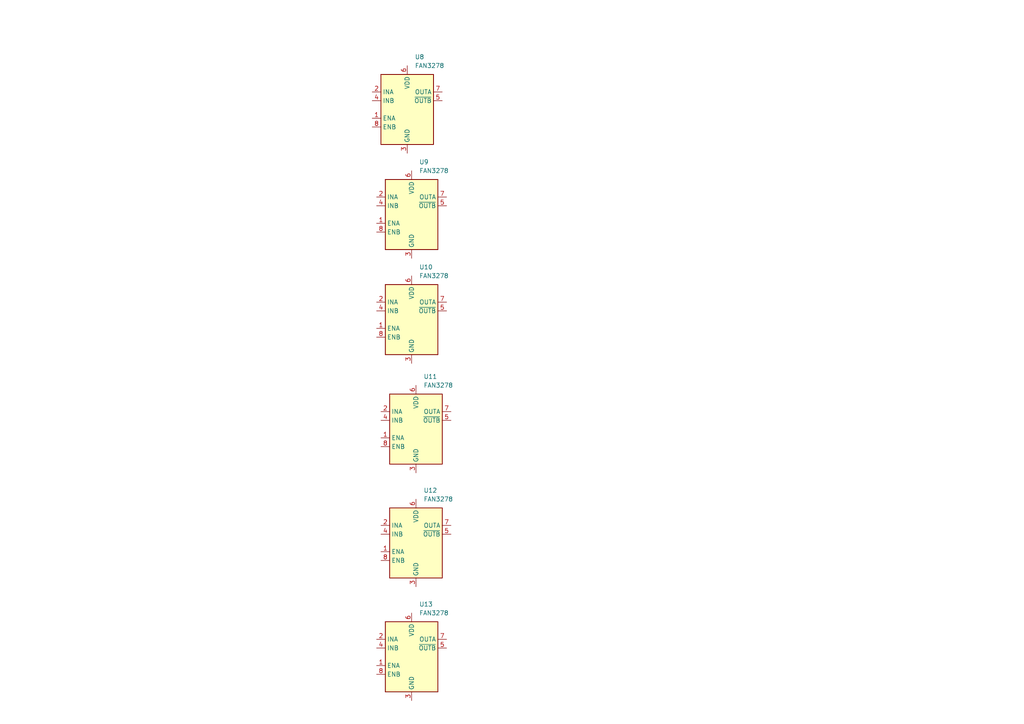
<source format=kicad_sch>
(kicad_sch (version 20230121) (generator eeschema)
  (paper "A4")
  (lib_symbols
    (symbol "Driver_FET:FAN3278"
      (property "Reference" "U" (at -2.54 13.97 0))
      (property "Value" "FAN3278" (at -2.54 11.43 0))
      (symbol "FAN3278_0_1"
        (rectangle (start -7.62 10.16) (end 7.62 -10.16) (stroke (width 0.254)) (fill (type background)))
      )
      (symbol "FAN3278_1_1"
        (pin input line (at -10.16 -2.54 0) (length 2.54) (name "ENA") (number "1"))
        (pin input line (at -10.16 5.08 0) (length 2.54) (name "INA") (number "2"))
        (pin power_in line (at 0 -12.7 90) (length 2.54) (name "GND") (number "3"))
        (pin input line (at -10.16 2.54 0) (length 2.54) (name "INB") (number "4"))
        (pin output line (at 10.16 2.54 180) (length 2.54) (name "~{OUTB}") (number "5"))
        (pin power_in line (at 0 12.7 270) (length 2.54) (name "VDD") (number "6"))
        (pin output line (at 10.16 5.08 180) (length 2.54) (name "OUTA") (number "7"))
        (pin input line (at -10.16 -5.08 0) (length 2.54) (name "ENB") (number "8"))
      )
    )
  )
  (symbol (lib_id "Driver_FET:FAN3278") (at 123.19 262.89 0) (unit 1)
    (property "Reference" "U15" (at 125.3841 247.65 0) (effects (justify left)))
    (property "Value" "FAN3278" (at 125.3841 250.19 0) (effects (justify left)))
    (property "Footprint" "Package_SO:SOIC-8_3.9x4.9mm_P1.27mm" (effects hide))
    (property "Datasheet" "https://www.onsemi.com/pub/Collateral/FAN3278-D.pdf" (effects hide))
  )
  (symbol (lib_id "Driver_FET:FAN3278") (at 118.11 31.75 0) (unit 1)
    (property "Reference" "U8" (at 120.3041 16.51 0) (effects (justify left)))
    (property "Value" "FAN3278" (at 120.3041 19.05 0) (effects (justify left)))
    (property "Footprint" "Package_SO:SOIC-8_3.9x4.9mm_P1.27mm" (effects hide))
    (property "Datasheet" "https://www.onsemi.com/pub/Collateral/FAN3278-D.pdf" (effects hide))
  )
  (symbol (lib_id "Driver_FET:FAN3278") (at 120.65 124.46 0) (unit 1)
    (property "Reference" "U11" (at 122.8441 109.22 0) (effects (justify left)))
    (property "Value" "FAN3278" (at 122.8441 111.76 0) (effects (justify left)))
    (property "Footprint" "Package_SO:SOIC-8_3.9x4.9mm_P1.27mm" (effects hide))
    (property "Datasheet" "https://www.onsemi.com/pub/Collateral/FAN3278-D.pdf" (effects hide))
  )
  (symbol (lib_id "Driver_FET:FAN3278") (at 119.38 190.5 0) (unit 1)
    (property "Reference" "U13" (at 121.5741 175.26 0) (effects (justify left)))
    (property "Value" "FAN3278" (at 121.5741 177.8 0) (effects (justify left)))
    (property "Footprint" "Package_SO:SOIC-8_3.9x4.9mm_P1.27mm" (effects hide))
    (property "Datasheet" "https://www.onsemi.com/pub/Collateral/FAN3278-D.pdf" (effects hide))
  )
  (symbol (lib_id "Driver_FET:FAN3278") (at 119.38 62.23 0) (unit 1)
    (property "Reference" "U9" (at 121.5741 46.99 0) (effects (justify left)))
    (property "Value" "FAN3278" (at 121.5741 49.53 0) (effects (justify left)))
    (property "Footprint" "Package_SO:SOIC-8_3.9x4.9mm_P1.27mm" (effects hide))
    (property "Datasheet" "https://www.onsemi.com/pub/Collateral/FAN3278-D.pdf" (effects hide))
  )
  (symbol (lib_id "Driver_FET:FAN3278") (at 119.38 92.71 0) (unit 1)
    (property "Reference" "U10" (at 121.5741 77.47 0) (effects (justify left)))
    (property "Value" "FAN3278" (at 121.5741 80.01 0) (effects (justify left)))
    (property "Footprint" "Package_SO:SOIC-8_3.9x4.9mm_P1.27mm" (effects hide))
    (property "Datasheet" "https://www.onsemi.com/pub/Collateral/FAN3278-D.pdf" (effects hide))
  )
  (symbol (lib_id "Driver_FET:FAN3278") (at 121.92 226.06 0) (unit 1)
    (property "Reference" "U14" (at 124.1141 210.82 0) (effects (justify left)))
    (property "Value" "FAN3278" (at 124.1141 213.36 0) (effects (justify left)))
    (property "Footprint" "Package_SO:SOIC-8_3.9x4.9mm_P1.27mm" (effects hide))
    (property "Datasheet" "https://www.onsemi.com/pub/Collateral/FAN3278-D.pdf" (effects hide))
  )
  (symbol (lib_id "Driver_FET:FAN3278") (at 120.65 157.48 0) (unit 1)
    (property "Reference" "U12" (at 122.8441 142.24 0) (effects (justify left)))
    (property "Value" "FAN3278" (at 122.8441 144.78 0) (effects (justify left)))
    (property "Footprint" "Package_SO:SOIC-8_3.9x4.9mm_P1.27mm" (effects hide))
    (property "Datasheet" "https://www.onsemi.com/pub/Collateral/FAN3278-D.pdf" (effects hide))
  )
)
</source>
